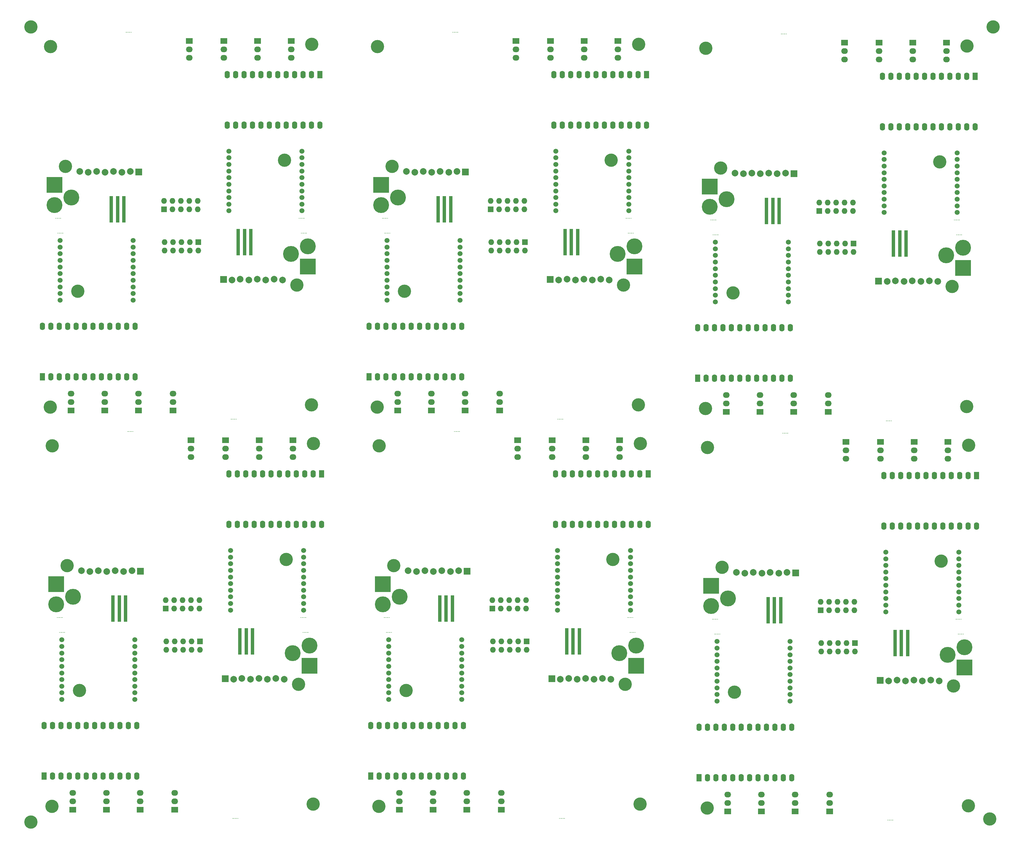
<source format=gbs>
G04 #@! TF.FileFunction,Soldermask,Bot*
%FSLAX46Y46*%
G04 Gerber Fmt 4.6, Leading zero omitted, Abs format (unit mm)*
G04 Created by KiCad (PCBNEW (2015-01-16 BZR 5376)-product) date 10/26/2015 1:30:35 PM*
%MOMM*%
G01*
G04 APERTURE LIST*
%ADD10C,0.100000*%
%ADD11C,4.000000*%
%ADD12C,0.300000*%
%ADD13R,2.032000X1.727200*%
%ADD14O,2.032000X1.727200*%
%ADD15R,1.727200X1.727200*%
%ADD16O,1.727200X1.727200*%
%ADD17C,2.000000*%
%ADD18R,2.000000X2.000000*%
%ADD19R,1.574800X2.286000*%
%ADD20O,1.574800X2.286000*%
%ADD21R,1.000000X8.000000*%
%ADD22C,1.500000*%
%ADD23C,4.800600*%
%ADD24R,4.800600X4.800600*%
G04 APERTURE END LIST*
D10*
D11*
X15000000Y-255000000D03*
X305000000Y-15000000D03*
X304000000Y-254000000D03*
D12*
X243177000Y-137602000D03*
X242796000Y-137602000D03*
X242415000Y-137602000D03*
X242034000Y-137602000D03*
D11*
X289405000Y-176210000D03*
X223365000Y-178115000D03*
X297660000Y-141285000D03*
X218920000Y-141920000D03*
D13*
X260703000Y-140269000D03*
D14*
X260703000Y-142809000D03*
X260703000Y-145349000D03*
D13*
X291437000Y-140269000D03*
D14*
X291437000Y-142809000D03*
X291437000Y-145349000D03*
D13*
X281277000Y-140269000D03*
D14*
X281277000Y-142809000D03*
X281277000Y-145349000D03*
D13*
X271117000Y-140269000D03*
D14*
X271117000Y-142809000D03*
X271117000Y-145349000D03*
D15*
X253083000Y-191069000D03*
D16*
X253083000Y-188529000D03*
X255623000Y-191069000D03*
X255623000Y-188529000D03*
X258163000Y-191069000D03*
X258163000Y-188529000D03*
X260703000Y-191069000D03*
X260703000Y-188529000D03*
X263243000Y-191069000D03*
X263243000Y-188529000D03*
D17*
X227683000Y-179639000D03*
X230223000Y-179849000D03*
X232763000Y-179639000D03*
X235323000Y-179849000D03*
X237843000Y-179639000D03*
X240423000Y-179849000D03*
X242923000Y-179639000D03*
D18*
X245473000Y-179799000D03*
D12*
X241653000Y-137602000D03*
X293850000Y-193736000D03*
X294231000Y-193736000D03*
X294612000Y-193736000D03*
X294993000Y-193736000D03*
X295374000Y-193736000D03*
X220444000Y-193736000D03*
X220825000Y-193736000D03*
X221206000Y-193736000D03*
X221587000Y-193736000D03*
X221968000Y-193736000D03*
D19*
X300073000Y-150429000D03*
D20*
X297533000Y-150429000D03*
X294993000Y-150429000D03*
X292453000Y-150429000D03*
X289913000Y-150429000D03*
X287373000Y-150429000D03*
X284833000Y-150429000D03*
X282293000Y-150429000D03*
X279753000Y-150429000D03*
X277213000Y-150429000D03*
X274673000Y-150429000D03*
X272133000Y-150429000D03*
X272133000Y-165669000D03*
X274673000Y-165669000D03*
X277213000Y-165669000D03*
X279753000Y-165669000D03*
X282293000Y-165669000D03*
X284833000Y-165669000D03*
X287373000Y-165669000D03*
X289913000Y-165669000D03*
X292453000Y-165669000D03*
X294993000Y-165669000D03*
X297533000Y-165669000D03*
X300073000Y-165669000D03*
D21*
X237208000Y-191069000D03*
X239113000Y-191069000D03*
X241018000Y-191069000D03*
D22*
X294690000Y-191520000D03*
X294690000Y-189520000D03*
X294690000Y-187520000D03*
X294690000Y-185520000D03*
X294690000Y-183520000D03*
X294690000Y-181520000D03*
X294690000Y-179520000D03*
X294690000Y-177520000D03*
X294690000Y-175520000D03*
X294690000Y-173520000D03*
X272690000Y-173520000D03*
X272690000Y-175520000D03*
X272690000Y-177520000D03*
X272690000Y-179520000D03*
X272690000Y-181520000D03*
X272690000Y-183520000D03*
X272690000Y-185520000D03*
X272690000Y-187520000D03*
X272690000Y-189520000D03*
X272690000Y-191520000D03*
D23*
X220063000Y-189799000D03*
D24*
X220063000Y-183703000D03*
D23*
X225143000Y-187513000D03*
X296437000Y-202201000D03*
D24*
X296437000Y-208297000D03*
D23*
X291357000Y-204487000D03*
D22*
X221810000Y-200480000D03*
X221810000Y-202480000D03*
X221810000Y-204480000D03*
X221810000Y-206480000D03*
X221810000Y-208480000D03*
X221810000Y-210480000D03*
X221810000Y-212480000D03*
X221810000Y-214480000D03*
X221810000Y-216480000D03*
X221810000Y-218480000D03*
X243810000Y-218480000D03*
X243810000Y-216480000D03*
X243810000Y-214480000D03*
X243810000Y-212480000D03*
X243810000Y-210480000D03*
X243810000Y-208480000D03*
X243810000Y-206480000D03*
X243810000Y-204480000D03*
X243810000Y-202480000D03*
X243810000Y-200480000D03*
D21*
X279292000Y-200931000D03*
X277387000Y-200931000D03*
X275482000Y-200931000D03*
D19*
X216427000Y-241571000D03*
D20*
X218967000Y-241571000D03*
X221507000Y-241571000D03*
X224047000Y-241571000D03*
X226587000Y-241571000D03*
X229127000Y-241571000D03*
X231667000Y-241571000D03*
X234207000Y-241571000D03*
X236747000Y-241571000D03*
X239287000Y-241571000D03*
X241827000Y-241571000D03*
X244367000Y-241571000D03*
X244367000Y-226331000D03*
X241827000Y-226331000D03*
X239287000Y-226331000D03*
X236747000Y-226331000D03*
X234207000Y-226331000D03*
X231667000Y-226331000D03*
X229127000Y-226331000D03*
X226587000Y-226331000D03*
X224047000Y-226331000D03*
X221507000Y-226331000D03*
X218967000Y-226331000D03*
X216427000Y-226331000D03*
D12*
X294532000Y-198264000D03*
X294913000Y-198264000D03*
X295294000Y-198264000D03*
X295675000Y-198264000D03*
X296056000Y-198264000D03*
X221126000Y-198264000D03*
X221507000Y-198264000D03*
X221888000Y-198264000D03*
X222269000Y-198264000D03*
X222650000Y-198264000D03*
X274847000Y-254398000D03*
D17*
X288817000Y-212361000D03*
X286277000Y-212151000D03*
X283737000Y-212361000D03*
X281177000Y-212151000D03*
X278657000Y-212361000D03*
X276077000Y-212151000D03*
X273577000Y-212361000D03*
D18*
X271027000Y-212201000D03*
D15*
X263417000Y-200931000D03*
D16*
X263417000Y-203471000D03*
X260877000Y-200931000D03*
X260877000Y-203471000D03*
X258337000Y-200931000D03*
X258337000Y-203471000D03*
X255797000Y-200931000D03*
X255797000Y-203471000D03*
X253257000Y-200931000D03*
X253257000Y-203471000D03*
D13*
X245383000Y-251731000D03*
D14*
X245383000Y-249191000D03*
X245383000Y-246651000D03*
D13*
X235223000Y-251731000D03*
D14*
X235223000Y-249191000D03*
X235223000Y-246651000D03*
D13*
X225063000Y-251731000D03*
D14*
X225063000Y-249191000D03*
X225063000Y-246651000D03*
D13*
X255797000Y-251731000D03*
D14*
X255797000Y-249191000D03*
X255797000Y-246651000D03*
D11*
X297580000Y-250080000D03*
X218840000Y-250715000D03*
X293135000Y-213885000D03*
X227095000Y-215790000D03*
D12*
X274466000Y-254398000D03*
X274085000Y-254398000D03*
X273704000Y-254398000D03*
X273323000Y-254398000D03*
X272823000Y-133898000D03*
X273204000Y-133898000D03*
X273585000Y-133898000D03*
X273966000Y-133898000D03*
D11*
X226595000Y-95290000D03*
X292635000Y-93385000D03*
X218340000Y-130215000D03*
X297080000Y-129580000D03*
D13*
X255297000Y-131231000D03*
D14*
X255297000Y-128691000D03*
X255297000Y-126151000D03*
D13*
X224563000Y-131231000D03*
D14*
X224563000Y-128691000D03*
X224563000Y-126151000D03*
D13*
X234723000Y-131231000D03*
D14*
X234723000Y-128691000D03*
X234723000Y-126151000D03*
D13*
X244883000Y-131231000D03*
D14*
X244883000Y-128691000D03*
X244883000Y-126151000D03*
D15*
X262917000Y-80431000D03*
D16*
X262917000Y-82971000D03*
X260377000Y-80431000D03*
X260377000Y-82971000D03*
X257837000Y-80431000D03*
X257837000Y-82971000D03*
X255297000Y-80431000D03*
X255297000Y-82971000D03*
X252757000Y-80431000D03*
X252757000Y-82971000D03*
D17*
X288317000Y-91861000D03*
X285777000Y-91651000D03*
X283237000Y-91861000D03*
X280677000Y-91651000D03*
X278157000Y-91861000D03*
X275577000Y-91651000D03*
X273077000Y-91861000D03*
D18*
X270527000Y-91701000D03*
D12*
X274347000Y-133898000D03*
X222150000Y-77764000D03*
X221769000Y-77764000D03*
X221388000Y-77764000D03*
X221007000Y-77764000D03*
X220626000Y-77764000D03*
X295556000Y-77764000D03*
X295175000Y-77764000D03*
X294794000Y-77764000D03*
X294413000Y-77764000D03*
X294032000Y-77764000D03*
D19*
X215927000Y-121071000D03*
D20*
X218467000Y-121071000D03*
X221007000Y-121071000D03*
X223547000Y-121071000D03*
X226087000Y-121071000D03*
X228627000Y-121071000D03*
X231167000Y-121071000D03*
X233707000Y-121071000D03*
X236247000Y-121071000D03*
X238787000Y-121071000D03*
X241327000Y-121071000D03*
X243867000Y-121071000D03*
X243867000Y-105831000D03*
X241327000Y-105831000D03*
X238787000Y-105831000D03*
X236247000Y-105831000D03*
X233707000Y-105831000D03*
X231167000Y-105831000D03*
X228627000Y-105831000D03*
X226087000Y-105831000D03*
X223547000Y-105831000D03*
X221007000Y-105831000D03*
X218467000Y-105831000D03*
X215927000Y-105831000D03*
D21*
X278792000Y-80431000D03*
X276887000Y-80431000D03*
X274982000Y-80431000D03*
D22*
X221310000Y-79980000D03*
X221310000Y-81980000D03*
X221310000Y-83980000D03*
X221310000Y-85980000D03*
X221310000Y-87980000D03*
X221310000Y-89980000D03*
X221310000Y-91980000D03*
X221310000Y-93980000D03*
X221310000Y-95980000D03*
X221310000Y-97980000D03*
X243310000Y-97980000D03*
X243310000Y-95980000D03*
X243310000Y-93980000D03*
X243310000Y-91980000D03*
X243310000Y-89980000D03*
X243310000Y-87980000D03*
X243310000Y-85980000D03*
X243310000Y-83980000D03*
X243310000Y-81980000D03*
X243310000Y-79980000D03*
D23*
X295937000Y-81701000D03*
D24*
X295937000Y-87797000D03*
D23*
X290857000Y-83987000D03*
X219563000Y-69299000D03*
D24*
X219563000Y-63203000D03*
D23*
X224643000Y-67013000D03*
D22*
X294190000Y-71020000D03*
X294190000Y-69020000D03*
X294190000Y-67020000D03*
X294190000Y-65020000D03*
X294190000Y-63020000D03*
X294190000Y-61020000D03*
X294190000Y-59020000D03*
X294190000Y-57020000D03*
X294190000Y-55020000D03*
X294190000Y-53020000D03*
X272190000Y-53020000D03*
X272190000Y-55020000D03*
X272190000Y-57020000D03*
X272190000Y-59020000D03*
X272190000Y-61020000D03*
X272190000Y-63020000D03*
X272190000Y-65020000D03*
X272190000Y-67020000D03*
X272190000Y-69020000D03*
X272190000Y-71020000D03*
D21*
X236708000Y-70569000D03*
X238613000Y-70569000D03*
X240518000Y-70569000D03*
D19*
X299573000Y-29929000D03*
D20*
X297033000Y-29929000D03*
X294493000Y-29929000D03*
X291953000Y-29929000D03*
X289413000Y-29929000D03*
X286873000Y-29929000D03*
X284333000Y-29929000D03*
X281793000Y-29929000D03*
X279253000Y-29929000D03*
X276713000Y-29929000D03*
X274173000Y-29929000D03*
X271633000Y-29929000D03*
X271633000Y-45169000D03*
X274173000Y-45169000D03*
X276713000Y-45169000D03*
X279253000Y-45169000D03*
X281793000Y-45169000D03*
X284333000Y-45169000D03*
X286873000Y-45169000D03*
X289413000Y-45169000D03*
X291953000Y-45169000D03*
X294493000Y-45169000D03*
X297033000Y-45169000D03*
X299573000Y-45169000D03*
D12*
X221468000Y-73236000D03*
X221087000Y-73236000D03*
X220706000Y-73236000D03*
X220325000Y-73236000D03*
X219944000Y-73236000D03*
X294874000Y-73236000D03*
X294493000Y-73236000D03*
X294112000Y-73236000D03*
X293731000Y-73236000D03*
X293350000Y-73236000D03*
X241153000Y-17102000D03*
D17*
X227183000Y-59139000D03*
X229723000Y-59349000D03*
X232263000Y-59139000D03*
X234823000Y-59349000D03*
X237343000Y-59139000D03*
X239923000Y-59349000D03*
X242423000Y-59139000D03*
D18*
X244973000Y-59299000D03*
D15*
X252583000Y-70569000D03*
D16*
X252583000Y-68029000D03*
X255123000Y-70569000D03*
X255123000Y-68029000D03*
X257663000Y-70569000D03*
X257663000Y-68029000D03*
X260203000Y-70569000D03*
X260203000Y-68029000D03*
X262743000Y-70569000D03*
X262743000Y-68029000D03*
D13*
X270617000Y-19769000D03*
D14*
X270617000Y-22309000D03*
X270617000Y-24849000D03*
D13*
X280777000Y-19769000D03*
D14*
X280777000Y-22309000D03*
X280777000Y-24849000D03*
D13*
X290937000Y-19769000D03*
D14*
X290937000Y-22309000D03*
X290937000Y-24849000D03*
D13*
X260203000Y-19769000D03*
D14*
X260203000Y-22309000D03*
X260203000Y-24849000D03*
D11*
X218420000Y-21420000D03*
X297160000Y-20785000D03*
X222865000Y-57615000D03*
X288905000Y-55710000D03*
D12*
X241534000Y-17102000D03*
X241915000Y-17102000D03*
X242296000Y-17102000D03*
X242677000Y-17102000D03*
X143677000Y-16602000D03*
X143296000Y-16602000D03*
X142915000Y-16602000D03*
X142534000Y-16602000D03*
D11*
X189905000Y-55210000D03*
X123865000Y-57115000D03*
X198160000Y-20285000D03*
X119420000Y-20920000D03*
D13*
X161203000Y-19269000D03*
D14*
X161203000Y-21809000D03*
X161203000Y-24349000D03*
D13*
X191937000Y-19269000D03*
D14*
X191937000Y-21809000D03*
X191937000Y-24349000D03*
D13*
X181777000Y-19269000D03*
D14*
X181777000Y-21809000D03*
X181777000Y-24349000D03*
D13*
X171617000Y-19269000D03*
D14*
X171617000Y-21809000D03*
X171617000Y-24349000D03*
D15*
X153583000Y-70069000D03*
D16*
X153583000Y-67529000D03*
X156123000Y-70069000D03*
X156123000Y-67529000D03*
X158663000Y-70069000D03*
X158663000Y-67529000D03*
X161203000Y-70069000D03*
X161203000Y-67529000D03*
X163743000Y-70069000D03*
X163743000Y-67529000D03*
D17*
X128183000Y-58639000D03*
X130723000Y-58849000D03*
X133263000Y-58639000D03*
X135823000Y-58849000D03*
X138343000Y-58639000D03*
X140923000Y-58849000D03*
X143423000Y-58639000D03*
D18*
X145973000Y-58799000D03*
D12*
X142153000Y-16602000D03*
X194350000Y-72736000D03*
X194731000Y-72736000D03*
X195112000Y-72736000D03*
X195493000Y-72736000D03*
X195874000Y-72736000D03*
X120944000Y-72736000D03*
X121325000Y-72736000D03*
X121706000Y-72736000D03*
X122087000Y-72736000D03*
X122468000Y-72736000D03*
D19*
X200573000Y-29429000D03*
D20*
X198033000Y-29429000D03*
X195493000Y-29429000D03*
X192953000Y-29429000D03*
X190413000Y-29429000D03*
X187873000Y-29429000D03*
X185333000Y-29429000D03*
X182793000Y-29429000D03*
X180253000Y-29429000D03*
X177713000Y-29429000D03*
X175173000Y-29429000D03*
X172633000Y-29429000D03*
X172633000Y-44669000D03*
X175173000Y-44669000D03*
X177713000Y-44669000D03*
X180253000Y-44669000D03*
X182793000Y-44669000D03*
X185333000Y-44669000D03*
X187873000Y-44669000D03*
X190413000Y-44669000D03*
X192953000Y-44669000D03*
X195493000Y-44669000D03*
X198033000Y-44669000D03*
X200573000Y-44669000D03*
D21*
X137708000Y-70069000D03*
X139613000Y-70069000D03*
X141518000Y-70069000D03*
D22*
X195190000Y-70520000D03*
X195190000Y-68520000D03*
X195190000Y-66520000D03*
X195190000Y-64520000D03*
X195190000Y-62520000D03*
X195190000Y-60520000D03*
X195190000Y-58520000D03*
X195190000Y-56520000D03*
X195190000Y-54520000D03*
X195190000Y-52520000D03*
X173190000Y-52520000D03*
X173190000Y-54520000D03*
X173190000Y-56520000D03*
X173190000Y-58520000D03*
X173190000Y-60520000D03*
X173190000Y-62520000D03*
X173190000Y-64520000D03*
X173190000Y-66520000D03*
X173190000Y-68520000D03*
X173190000Y-70520000D03*
D23*
X120563000Y-68799000D03*
D24*
X120563000Y-62703000D03*
D23*
X125643000Y-66513000D03*
X196937000Y-81201000D03*
D24*
X196937000Y-87297000D03*
D23*
X191857000Y-83487000D03*
D22*
X122310000Y-79480000D03*
X122310000Y-81480000D03*
X122310000Y-83480000D03*
X122310000Y-85480000D03*
X122310000Y-87480000D03*
X122310000Y-89480000D03*
X122310000Y-91480000D03*
X122310000Y-93480000D03*
X122310000Y-95480000D03*
X122310000Y-97480000D03*
X144310000Y-97480000D03*
X144310000Y-95480000D03*
X144310000Y-93480000D03*
X144310000Y-91480000D03*
X144310000Y-89480000D03*
X144310000Y-87480000D03*
X144310000Y-85480000D03*
X144310000Y-83480000D03*
X144310000Y-81480000D03*
X144310000Y-79480000D03*
D21*
X179792000Y-79931000D03*
X177887000Y-79931000D03*
X175982000Y-79931000D03*
D19*
X116927000Y-120571000D03*
D20*
X119467000Y-120571000D03*
X122007000Y-120571000D03*
X124547000Y-120571000D03*
X127087000Y-120571000D03*
X129627000Y-120571000D03*
X132167000Y-120571000D03*
X134707000Y-120571000D03*
X137247000Y-120571000D03*
X139787000Y-120571000D03*
X142327000Y-120571000D03*
X144867000Y-120571000D03*
X144867000Y-105331000D03*
X142327000Y-105331000D03*
X139787000Y-105331000D03*
X137247000Y-105331000D03*
X134707000Y-105331000D03*
X132167000Y-105331000D03*
X129627000Y-105331000D03*
X127087000Y-105331000D03*
X124547000Y-105331000D03*
X122007000Y-105331000D03*
X119467000Y-105331000D03*
X116927000Y-105331000D03*
D12*
X195032000Y-77264000D03*
X195413000Y-77264000D03*
X195794000Y-77264000D03*
X196175000Y-77264000D03*
X196556000Y-77264000D03*
X121626000Y-77264000D03*
X122007000Y-77264000D03*
X122388000Y-77264000D03*
X122769000Y-77264000D03*
X123150000Y-77264000D03*
X175347000Y-133398000D03*
D17*
X189317000Y-91361000D03*
X186777000Y-91151000D03*
X184237000Y-91361000D03*
X181677000Y-91151000D03*
X179157000Y-91361000D03*
X176577000Y-91151000D03*
X174077000Y-91361000D03*
D18*
X171527000Y-91201000D03*
D15*
X163917000Y-79931000D03*
D16*
X163917000Y-82471000D03*
X161377000Y-79931000D03*
X161377000Y-82471000D03*
X158837000Y-79931000D03*
X158837000Y-82471000D03*
X156297000Y-79931000D03*
X156297000Y-82471000D03*
X153757000Y-79931000D03*
X153757000Y-82471000D03*
D13*
X145883000Y-130731000D03*
D14*
X145883000Y-128191000D03*
X145883000Y-125651000D03*
D13*
X135723000Y-130731000D03*
D14*
X135723000Y-128191000D03*
X135723000Y-125651000D03*
D13*
X125563000Y-130731000D03*
D14*
X125563000Y-128191000D03*
X125563000Y-125651000D03*
D13*
X156297000Y-130731000D03*
D14*
X156297000Y-128191000D03*
X156297000Y-125651000D03*
D11*
X198080000Y-129080000D03*
X119340000Y-129715000D03*
X193635000Y-92885000D03*
X127595000Y-94790000D03*
D12*
X174966000Y-133398000D03*
X174585000Y-133398000D03*
X174204000Y-133398000D03*
X173823000Y-133398000D03*
X174323000Y-253898000D03*
X174704000Y-253898000D03*
X175085000Y-253898000D03*
X175466000Y-253898000D03*
D11*
X128095000Y-215290000D03*
X194135000Y-213385000D03*
X119840000Y-250215000D03*
X198580000Y-249580000D03*
D13*
X156797000Y-251231000D03*
D14*
X156797000Y-248691000D03*
X156797000Y-246151000D03*
D13*
X126063000Y-251231000D03*
D14*
X126063000Y-248691000D03*
X126063000Y-246151000D03*
D13*
X136223000Y-251231000D03*
D14*
X136223000Y-248691000D03*
X136223000Y-246151000D03*
D13*
X146383000Y-251231000D03*
D14*
X146383000Y-248691000D03*
X146383000Y-246151000D03*
D15*
X164417000Y-200431000D03*
D16*
X164417000Y-202971000D03*
X161877000Y-200431000D03*
X161877000Y-202971000D03*
X159337000Y-200431000D03*
X159337000Y-202971000D03*
X156797000Y-200431000D03*
X156797000Y-202971000D03*
X154257000Y-200431000D03*
X154257000Y-202971000D03*
D17*
X189817000Y-211861000D03*
X187277000Y-211651000D03*
X184737000Y-211861000D03*
X182177000Y-211651000D03*
X179657000Y-211861000D03*
X177077000Y-211651000D03*
X174577000Y-211861000D03*
D18*
X172027000Y-211701000D03*
D12*
X175847000Y-253898000D03*
X123650000Y-197764000D03*
X123269000Y-197764000D03*
X122888000Y-197764000D03*
X122507000Y-197764000D03*
X122126000Y-197764000D03*
X197056000Y-197764000D03*
X196675000Y-197764000D03*
X196294000Y-197764000D03*
X195913000Y-197764000D03*
X195532000Y-197764000D03*
D19*
X117427000Y-241071000D03*
D20*
X119967000Y-241071000D03*
X122507000Y-241071000D03*
X125047000Y-241071000D03*
X127587000Y-241071000D03*
X130127000Y-241071000D03*
X132667000Y-241071000D03*
X135207000Y-241071000D03*
X137747000Y-241071000D03*
X140287000Y-241071000D03*
X142827000Y-241071000D03*
X145367000Y-241071000D03*
X145367000Y-225831000D03*
X142827000Y-225831000D03*
X140287000Y-225831000D03*
X137747000Y-225831000D03*
X135207000Y-225831000D03*
X132667000Y-225831000D03*
X130127000Y-225831000D03*
X127587000Y-225831000D03*
X125047000Y-225831000D03*
X122507000Y-225831000D03*
X119967000Y-225831000D03*
X117427000Y-225831000D03*
D21*
X180292000Y-200431000D03*
X178387000Y-200431000D03*
X176482000Y-200431000D03*
D22*
X122810000Y-199980000D03*
X122810000Y-201980000D03*
X122810000Y-203980000D03*
X122810000Y-205980000D03*
X122810000Y-207980000D03*
X122810000Y-209980000D03*
X122810000Y-211980000D03*
X122810000Y-213980000D03*
X122810000Y-215980000D03*
X122810000Y-217980000D03*
X144810000Y-217980000D03*
X144810000Y-215980000D03*
X144810000Y-213980000D03*
X144810000Y-211980000D03*
X144810000Y-209980000D03*
X144810000Y-207980000D03*
X144810000Y-205980000D03*
X144810000Y-203980000D03*
X144810000Y-201980000D03*
X144810000Y-199980000D03*
D23*
X197437000Y-201701000D03*
D24*
X197437000Y-207797000D03*
D23*
X192357000Y-203987000D03*
X121063000Y-189299000D03*
D24*
X121063000Y-183203000D03*
D23*
X126143000Y-187013000D03*
D22*
X195690000Y-191020000D03*
X195690000Y-189020000D03*
X195690000Y-187020000D03*
X195690000Y-185020000D03*
X195690000Y-183020000D03*
X195690000Y-181020000D03*
X195690000Y-179020000D03*
X195690000Y-177020000D03*
X195690000Y-175020000D03*
X195690000Y-173020000D03*
X173690000Y-173020000D03*
X173690000Y-175020000D03*
X173690000Y-177020000D03*
X173690000Y-179020000D03*
X173690000Y-181020000D03*
X173690000Y-183020000D03*
X173690000Y-185020000D03*
X173690000Y-187020000D03*
X173690000Y-189020000D03*
X173690000Y-191020000D03*
D21*
X138208000Y-190569000D03*
X140113000Y-190569000D03*
X142018000Y-190569000D03*
D19*
X201073000Y-149929000D03*
D20*
X198533000Y-149929000D03*
X195993000Y-149929000D03*
X193453000Y-149929000D03*
X190913000Y-149929000D03*
X188373000Y-149929000D03*
X185833000Y-149929000D03*
X183293000Y-149929000D03*
X180753000Y-149929000D03*
X178213000Y-149929000D03*
X175673000Y-149929000D03*
X173133000Y-149929000D03*
X173133000Y-165169000D03*
X175673000Y-165169000D03*
X178213000Y-165169000D03*
X180753000Y-165169000D03*
X183293000Y-165169000D03*
X185833000Y-165169000D03*
X188373000Y-165169000D03*
X190913000Y-165169000D03*
X193453000Y-165169000D03*
X195993000Y-165169000D03*
X198533000Y-165169000D03*
X201073000Y-165169000D03*
D12*
X122968000Y-193236000D03*
X122587000Y-193236000D03*
X122206000Y-193236000D03*
X121825000Y-193236000D03*
X121444000Y-193236000D03*
X196374000Y-193236000D03*
X195993000Y-193236000D03*
X195612000Y-193236000D03*
X195231000Y-193236000D03*
X194850000Y-193236000D03*
X142653000Y-137102000D03*
D17*
X128683000Y-179139000D03*
X131223000Y-179349000D03*
X133763000Y-179139000D03*
X136323000Y-179349000D03*
X138843000Y-179139000D03*
X141423000Y-179349000D03*
X143923000Y-179139000D03*
D18*
X146473000Y-179299000D03*
D15*
X154083000Y-190569000D03*
D16*
X154083000Y-188029000D03*
X156623000Y-190569000D03*
X156623000Y-188029000D03*
X159163000Y-190569000D03*
X159163000Y-188029000D03*
X161703000Y-190569000D03*
X161703000Y-188029000D03*
X164243000Y-190569000D03*
X164243000Y-188029000D03*
D13*
X172117000Y-139769000D03*
D14*
X172117000Y-142309000D03*
X172117000Y-144849000D03*
D13*
X182277000Y-139769000D03*
D14*
X182277000Y-142309000D03*
X182277000Y-144849000D03*
D13*
X192437000Y-139769000D03*
D14*
X192437000Y-142309000D03*
X192437000Y-144849000D03*
D13*
X161703000Y-139769000D03*
D14*
X161703000Y-142309000D03*
X161703000Y-144849000D03*
D11*
X119920000Y-141420000D03*
X198660000Y-140785000D03*
X124365000Y-177615000D03*
X190405000Y-175710000D03*
D12*
X143034000Y-137102000D03*
X143415000Y-137102000D03*
X143796000Y-137102000D03*
X144177000Y-137102000D03*
X45677000Y-137102000D03*
X45296000Y-137102000D03*
X44915000Y-137102000D03*
X44534000Y-137102000D03*
D11*
X91905000Y-175710000D03*
X25865000Y-177615000D03*
X100160000Y-140785000D03*
X21420000Y-141420000D03*
D13*
X63203000Y-139769000D03*
D14*
X63203000Y-142309000D03*
X63203000Y-144849000D03*
D13*
X93937000Y-139769000D03*
D14*
X93937000Y-142309000D03*
X93937000Y-144849000D03*
D13*
X83777000Y-139769000D03*
D14*
X83777000Y-142309000D03*
X83777000Y-144849000D03*
D13*
X73617000Y-139769000D03*
D14*
X73617000Y-142309000D03*
X73617000Y-144849000D03*
D15*
X55583000Y-190569000D03*
D16*
X55583000Y-188029000D03*
X58123000Y-190569000D03*
X58123000Y-188029000D03*
X60663000Y-190569000D03*
X60663000Y-188029000D03*
X63203000Y-190569000D03*
X63203000Y-188029000D03*
X65743000Y-190569000D03*
X65743000Y-188029000D03*
D17*
X30183000Y-179139000D03*
X32723000Y-179349000D03*
X35263000Y-179139000D03*
X37823000Y-179349000D03*
X40343000Y-179139000D03*
X42923000Y-179349000D03*
X45423000Y-179139000D03*
D18*
X47973000Y-179299000D03*
D12*
X44153000Y-137102000D03*
X96350000Y-193236000D03*
X96731000Y-193236000D03*
X97112000Y-193236000D03*
X97493000Y-193236000D03*
X97874000Y-193236000D03*
X22944000Y-193236000D03*
X23325000Y-193236000D03*
X23706000Y-193236000D03*
X24087000Y-193236000D03*
X24468000Y-193236000D03*
D19*
X102573000Y-149929000D03*
D20*
X100033000Y-149929000D03*
X97493000Y-149929000D03*
X94953000Y-149929000D03*
X92413000Y-149929000D03*
X89873000Y-149929000D03*
X87333000Y-149929000D03*
X84793000Y-149929000D03*
X82253000Y-149929000D03*
X79713000Y-149929000D03*
X77173000Y-149929000D03*
X74633000Y-149929000D03*
X74633000Y-165169000D03*
X77173000Y-165169000D03*
X79713000Y-165169000D03*
X82253000Y-165169000D03*
X84793000Y-165169000D03*
X87333000Y-165169000D03*
X89873000Y-165169000D03*
X92413000Y-165169000D03*
X94953000Y-165169000D03*
X97493000Y-165169000D03*
X100033000Y-165169000D03*
X102573000Y-165169000D03*
D21*
X39708000Y-190569000D03*
X41613000Y-190569000D03*
X43518000Y-190569000D03*
D22*
X97190000Y-191020000D03*
X97190000Y-189020000D03*
X97190000Y-187020000D03*
X97190000Y-185020000D03*
X97190000Y-183020000D03*
X97190000Y-181020000D03*
X97190000Y-179020000D03*
X97190000Y-177020000D03*
X97190000Y-175020000D03*
X97190000Y-173020000D03*
X75190000Y-173020000D03*
X75190000Y-175020000D03*
X75190000Y-177020000D03*
X75190000Y-179020000D03*
X75190000Y-181020000D03*
X75190000Y-183020000D03*
X75190000Y-185020000D03*
X75190000Y-187020000D03*
X75190000Y-189020000D03*
X75190000Y-191020000D03*
D23*
X22563000Y-189299000D03*
D24*
X22563000Y-183203000D03*
D23*
X27643000Y-187013000D03*
X98937000Y-201701000D03*
D24*
X98937000Y-207797000D03*
D23*
X93857000Y-203987000D03*
D22*
X24310000Y-199980000D03*
X24310000Y-201980000D03*
X24310000Y-203980000D03*
X24310000Y-205980000D03*
X24310000Y-207980000D03*
X24310000Y-209980000D03*
X24310000Y-211980000D03*
X24310000Y-213980000D03*
X24310000Y-215980000D03*
X24310000Y-217980000D03*
X46310000Y-217980000D03*
X46310000Y-215980000D03*
X46310000Y-213980000D03*
X46310000Y-211980000D03*
X46310000Y-209980000D03*
X46310000Y-207980000D03*
X46310000Y-205980000D03*
X46310000Y-203980000D03*
X46310000Y-201980000D03*
X46310000Y-199980000D03*
D21*
X81792000Y-200431000D03*
X79887000Y-200431000D03*
X77982000Y-200431000D03*
D19*
X18927000Y-241071000D03*
D20*
X21467000Y-241071000D03*
X24007000Y-241071000D03*
X26547000Y-241071000D03*
X29087000Y-241071000D03*
X31627000Y-241071000D03*
X34167000Y-241071000D03*
X36707000Y-241071000D03*
X39247000Y-241071000D03*
X41787000Y-241071000D03*
X44327000Y-241071000D03*
X46867000Y-241071000D03*
X46867000Y-225831000D03*
X44327000Y-225831000D03*
X41787000Y-225831000D03*
X39247000Y-225831000D03*
X36707000Y-225831000D03*
X34167000Y-225831000D03*
X31627000Y-225831000D03*
X29087000Y-225831000D03*
X26547000Y-225831000D03*
X24007000Y-225831000D03*
X21467000Y-225831000D03*
X18927000Y-225831000D03*
D12*
X97032000Y-197764000D03*
X97413000Y-197764000D03*
X97794000Y-197764000D03*
X98175000Y-197764000D03*
X98556000Y-197764000D03*
X23626000Y-197764000D03*
X24007000Y-197764000D03*
X24388000Y-197764000D03*
X24769000Y-197764000D03*
X25150000Y-197764000D03*
X77347000Y-253898000D03*
D17*
X91317000Y-211861000D03*
X88777000Y-211651000D03*
X86237000Y-211861000D03*
X83677000Y-211651000D03*
X81157000Y-211861000D03*
X78577000Y-211651000D03*
X76077000Y-211861000D03*
D18*
X73527000Y-211701000D03*
D15*
X65917000Y-200431000D03*
D16*
X65917000Y-202971000D03*
X63377000Y-200431000D03*
X63377000Y-202971000D03*
X60837000Y-200431000D03*
X60837000Y-202971000D03*
X58297000Y-200431000D03*
X58297000Y-202971000D03*
X55757000Y-200431000D03*
X55757000Y-202971000D03*
D13*
X47883000Y-251231000D03*
D14*
X47883000Y-248691000D03*
X47883000Y-246151000D03*
D13*
X37723000Y-251231000D03*
D14*
X37723000Y-248691000D03*
X37723000Y-246151000D03*
D13*
X27563000Y-251231000D03*
D14*
X27563000Y-248691000D03*
X27563000Y-246151000D03*
D13*
X58297000Y-251231000D03*
D14*
X58297000Y-248691000D03*
X58297000Y-246151000D03*
D11*
X100080000Y-249580000D03*
X21340000Y-250215000D03*
X95635000Y-213385000D03*
X29595000Y-215290000D03*
D12*
X76966000Y-253898000D03*
X76585000Y-253898000D03*
X76204000Y-253898000D03*
X75823000Y-253898000D03*
X75323000Y-133398000D03*
X75704000Y-133398000D03*
X76085000Y-133398000D03*
X76466000Y-133398000D03*
D11*
X29095000Y-94790000D03*
X95135000Y-92885000D03*
X20840000Y-129715000D03*
X99580000Y-129080000D03*
D13*
X57797000Y-130731000D03*
D14*
X57797000Y-128191000D03*
X57797000Y-125651000D03*
D13*
X27063000Y-130731000D03*
D14*
X27063000Y-128191000D03*
X27063000Y-125651000D03*
D13*
X37223000Y-130731000D03*
D14*
X37223000Y-128191000D03*
X37223000Y-125651000D03*
D13*
X47383000Y-130731000D03*
D14*
X47383000Y-128191000D03*
X47383000Y-125651000D03*
D15*
X65417000Y-79931000D03*
D16*
X65417000Y-82471000D03*
X62877000Y-79931000D03*
X62877000Y-82471000D03*
X60337000Y-79931000D03*
X60337000Y-82471000D03*
X57797000Y-79931000D03*
X57797000Y-82471000D03*
X55257000Y-79931000D03*
X55257000Y-82471000D03*
D17*
X90817000Y-91361000D03*
X88277000Y-91151000D03*
X85737000Y-91361000D03*
X83177000Y-91151000D03*
X80657000Y-91361000D03*
X78077000Y-91151000D03*
X75577000Y-91361000D03*
D18*
X73027000Y-91201000D03*
D12*
X76847000Y-133398000D03*
X24650000Y-77264000D03*
X24269000Y-77264000D03*
X23888000Y-77264000D03*
X23507000Y-77264000D03*
X23126000Y-77264000D03*
X98056000Y-77264000D03*
X97675000Y-77264000D03*
X97294000Y-77264000D03*
X96913000Y-77264000D03*
X96532000Y-77264000D03*
D19*
X18427000Y-120571000D03*
D20*
X20967000Y-120571000D03*
X23507000Y-120571000D03*
X26047000Y-120571000D03*
X28587000Y-120571000D03*
X31127000Y-120571000D03*
X33667000Y-120571000D03*
X36207000Y-120571000D03*
X38747000Y-120571000D03*
X41287000Y-120571000D03*
X43827000Y-120571000D03*
X46367000Y-120571000D03*
X46367000Y-105331000D03*
X43827000Y-105331000D03*
X41287000Y-105331000D03*
X38747000Y-105331000D03*
X36207000Y-105331000D03*
X33667000Y-105331000D03*
X31127000Y-105331000D03*
X28587000Y-105331000D03*
X26047000Y-105331000D03*
X23507000Y-105331000D03*
X20967000Y-105331000D03*
X18427000Y-105331000D03*
D21*
X81292000Y-79931000D03*
X79387000Y-79931000D03*
X77482000Y-79931000D03*
D22*
X23810000Y-79480000D03*
X23810000Y-81480000D03*
X23810000Y-83480000D03*
X23810000Y-85480000D03*
X23810000Y-87480000D03*
X23810000Y-89480000D03*
X23810000Y-91480000D03*
X23810000Y-93480000D03*
X23810000Y-95480000D03*
X23810000Y-97480000D03*
X45810000Y-97480000D03*
X45810000Y-95480000D03*
X45810000Y-93480000D03*
X45810000Y-91480000D03*
X45810000Y-89480000D03*
X45810000Y-87480000D03*
X45810000Y-85480000D03*
X45810000Y-83480000D03*
X45810000Y-81480000D03*
X45810000Y-79480000D03*
D23*
X98437000Y-81201000D03*
D24*
X98437000Y-87297000D03*
D23*
X93357000Y-83487000D03*
X22063000Y-68799000D03*
D24*
X22063000Y-62703000D03*
D23*
X27143000Y-66513000D03*
D22*
X96690000Y-70520000D03*
X96690000Y-68520000D03*
X96690000Y-66520000D03*
X96690000Y-64520000D03*
X96690000Y-62520000D03*
X96690000Y-60520000D03*
X96690000Y-58520000D03*
X96690000Y-56520000D03*
X96690000Y-54520000D03*
X96690000Y-52520000D03*
X74690000Y-52520000D03*
X74690000Y-54520000D03*
X74690000Y-56520000D03*
X74690000Y-58520000D03*
X74690000Y-60520000D03*
X74690000Y-62520000D03*
X74690000Y-64520000D03*
X74690000Y-66520000D03*
X74690000Y-68520000D03*
X74690000Y-70520000D03*
D21*
X39208000Y-70069000D03*
X41113000Y-70069000D03*
X43018000Y-70069000D03*
D11*
X15000000Y-15000000D03*
D19*
X102073000Y-29429000D03*
D20*
X99533000Y-29429000D03*
X96993000Y-29429000D03*
X94453000Y-29429000D03*
X91913000Y-29429000D03*
X89373000Y-29429000D03*
X86833000Y-29429000D03*
X84293000Y-29429000D03*
X81753000Y-29429000D03*
X79213000Y-29429000D03*
X76673000Y-29429000D03*
X74133000Y-29429000D03*
X74133000Y-44669000D03*
X76673000Y-44669000D03*
X79213000Y-44669000D03*
X81753000Y-44669000D03*
X84293000Y-44669000D03*
X86833000Y-44669000D03*
X89373000Y-44669000D03*
X91913000Y-44669000D03*
X94453000Y-44669000D03*
X96993000Y-44669000D03*
X99533000Y-44669000D03*
X102073000Y-44669000D03*
D12*
X23968000Y-72736000D03*
X23587000Y-72736000D03*
X23206000Y-72736000D03*
X22825000Y-72736000D03*
X22444000Y-72736000D03*
X97374000Y-72736000D03*
X96993000Y-72736000D03*
X96612000Y-72736000D03*
X96231000Y-72736000D03*
X95850000Y-72736000D03*
X43653000Y-16602000D03*
D17*
X29683000Y-58639000D03*
X32223000Y-58849000D03*
X34763000Y-58639000D03*
X37323000Y-58849000D03*
X39843000Y-58639000D03*
X42423000Y-58849000D03*
X44923000Y-58639000D03*
D18*
X47473000Y-58799000D03*
D15*
X55083000Y-70069000D03*
D16*
X55083000Y-67529000D03*
X57623000Y-70069000D03*
X57623000Y-67529000D03*
X60163000Y-70069000D03*
X60163000Y-67529000D03*
X62703000Y-70069000D03*
X62703000Y-67529000D03*
X65243000Y-70069000D03*
X65243000Y-67529000D03*
D13*
X73117000Y-19269000D03*
D14*
X73117000Y-21809000D03*
X73117000Y-24349000D03*
D13*
X83277000Y-19269000D03*
D14*
X83277000Y-21809000D03*
X83277000Y-24349000D03*
D13*
X93437000Y-19269000D03*
D14*
X93437000Y-21809000D03*
X93437000Y-24349000D03*
D13*
X62703000Y-19269000D03*
D14*
X62703000Y-21809000D03*
X62703000Y-24349000D03*
D11*
X20920000Y-20920000D03*
X99660000Y-20285000D03*
X25365000Y-57115000D03*
X91405000Y-55210000D03*
D12*
X44034000Y-16602000D03*
X44415000Y-16602000D03*
X44796000Y-16602000D03*
X45177000Y-16602000D03*
M02*

</source>
